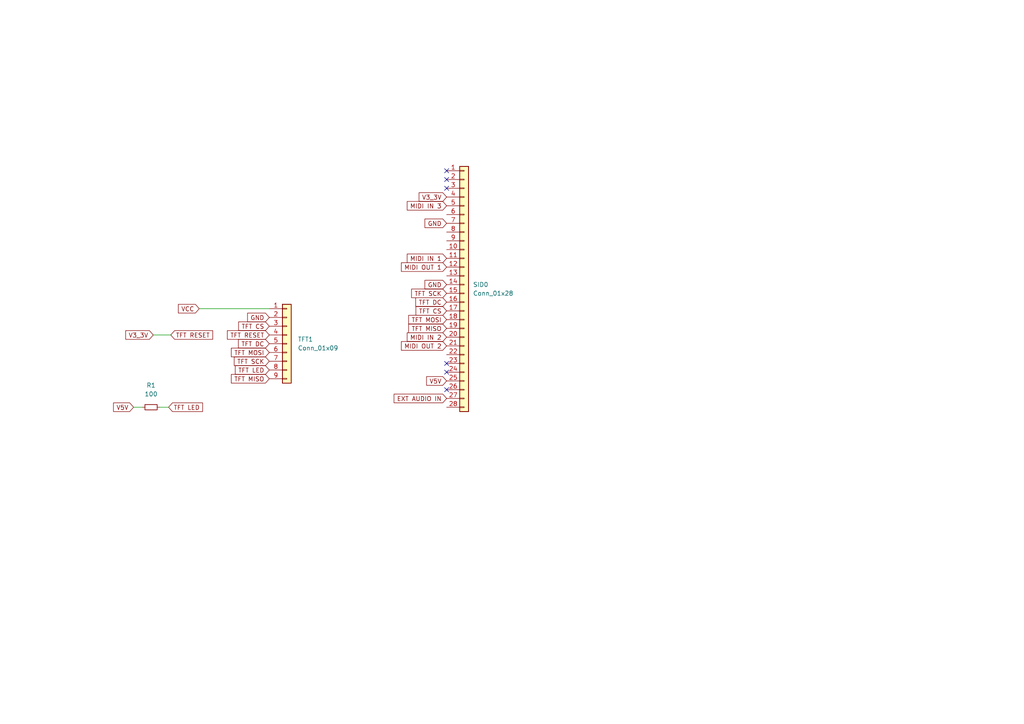
<source format=kicad_sch>
(kicad_sch (version 20211123) (generator eeschema)
  (paper "A4")
  (lib_symbols
    (symbol "Connector_Generic:Conn_01x09" (pin_names (offset 1.016) hide)
      (property "Reference" "J" (at 0 12.7 0))
      (property "Value" "Conn_01x09" (at 0 -12.7 0))
      (symbol "Conn_01x09_1_1"
        (rectangle (start -1.27 -10.033) (end 0 -10.287) (stroke (width 0.1524)))
        (rectangle (start -1.27 -7.493) (end 0 -7.747) (stroke (width 0.1524)))
        (rectangle (start -1.27 -4.953) (end 0 -5.207) (stroke (width 0.1524)))
        (rectangle (start -1.27 -2.413) (end 0 -2.667) (stroke (width 0.1524)))
        (rectangle (start -1.27 0.127) (end 0 -0.127) (stroke (width 0.1524)))
        (rectangle (start -1.27 2.667) (end 0 2.413) (stroke (width 0.1524)))
        (rectangle (start -1.27 5.207) (end 0 4.953) (stroke (width 0.1524)))
        (rectangle (start -1.27 7.747) (end 0 7.493) (stroke (width 0.1524)))
        (rectangle (start -1.27 10.287) (end 0 10.033) (stroke (width 0.1524)))
        (rectangle (start -1.27 11.43) (end 1.27 -11.43) (stroke (width 0.254)) (fill (type background)))
        (pin passive line (at -5.08 10.16 0) (length 3.81) (name "Pin_1") (number "1"))
        (pin passive line (at -5.08 7.62 0) (length 3.81) (name "Pin_2") (number "2"))
        (pin passive line (at -5.08 5.08 0) (length 3.81) (name "Pin_3") (number "3"))
        (pin passive line (at -5.08 2.54 0) (length 3.81) (name "Pin_4") (number "4"))
        (pin passive line (at -5.08 0 0) (length 3.81) (name "Pin_5") (number "5"))
        (pin passive line (at -5.08 -2.54 0) (length 3.81) (name "Pin_6") (number "6"))
        (pin passive line (at -5.08 -5.08 0) (length 3.81) (name "Pin_7") (number "7"))
        (pin passive line (at -5.08 -7.62 0) (length 3.81) (name "Pin_8") (number "8"))
        (pin passive line (at -5.08 -10.16 0) (length 3.81) (name "Pin_9") (number "9"))
      )
    )
    (symbol "Connector_Generic:Conn_01x28" (pin_names (offset 1.016) hide)
      (property "Reference" "J" (at 0 35.56 0))
      (property "Value" "Conn_01x28" (at 0 -38.1 0))
      (symbol "Conn_01x28_1_1"
        (rectangle (start -1.27 -35.433) (end 0 -35.687) (stroke (width 0.1524)))
        (rectangle (start -1.27 -32.893) (end 0 -33.147) (stroke (width 0.1524)))
        (rectangle (start -1.27 -30.353) (end 0 -30.607) (stroke (width 0.1524)))
        (rectangle (start -1.27 -27.813) (end 0 -28.067) (stroke (width 0.1524)))
        (rectangle (start -1.27 -25.273) (end 0 -25.527) (stroke (width 0.1524)))
        (rectangle (start -1.27 -22.733) (end 0 -22.987) (stroke (width 0.1524)))
        (rectangle (start -1.27 -20.193) (end 0 -20.447) (stroke (width 0.1524)))
        (rectangle (start -1.27 -17.653) (end 0 -17.907) (stroke (width 0.1524)))
        (rectangle (start -1.27 -15.113) (end 0 -15.367) (stroke (width 0.1524)))
        (rectangle (start -1.27 -12.573) (end 0 -12.827) (stroke (width 0.1524)))
        (rectangle (start -1.27 -10.033) (end 0 -10.287) (stroke (width 0.1524)))
        (rectangle (start -1.27 -7.493) (end 0 -7.747) (stroke (width 0.1524)))
        (rectangle (start -1.27 -4.953) (end 0 -5.207) (stroke (width 0.1524)))
        (rectangle (start -1.27 -2.413) (end 0 -2.667) (stroke (width 0.1524)))
        (rectangle (start -1.27 0.127) (end 0 -0.127) (stroke (width 0.1524)))
        (rectangle (start -1.27 2.667) (end 0 2.413) (stroke (width 0.1524)))
        (rectangle (start -1.27 5.207) (end 0 4.953) (stroke (width 0.1524)))
        (rectangle (start -1.27 7.747) (end 0 7.493) (stroke (width 0.1524)))
        (rectangle (start -1.27 10.287) (end 0 10.033) (stroke (width 0.1524)))
        (rectangle (start -1.27 12.827) (end 0 12.573) (stroke (width 0.1524)))
        (rectangle (start -1.27 15.367) (end 0 15.113) (stroke (width 0.1524)))
        (rectangle (start -1.27 17.907) (end 0 17.653) (stroke (width 0.1524)))
        (rectangle (start -1.27 20.447) (end 0 20.193) (stroke (width 0.1524)))
        (rectangle (start -1.27 22.987) (end 0 22.733) (stroke (width 0.1524)))
        (rectangle (start -1.27 25.527) (end 0 25.273) (stroke (width 0.1524)))
        (rectangle (start -1.27 28.067) (end 0 27.813) (stroke (width 0.1524)))
        (rectangle (start -1.27 30.607) (end 0 30.353) (stroke (width 0.1524)))
        (rectangle (start -1.27 33.147) (end 0 32.893) (stroke (width 0.1524)))
        (rectangle (start -1.27 34.29) (end 1.27 -36.83) (stroke (width 0.254)) (fill (type background)))
        (pin passive line (at -5.08 33.02 0) (length 3.81) (name "Pin_1") (number "1"))
        (pin passive line (at -5.08 10.16 0) (length 3.81) (name "Pin_10") (number "10"))
        (pin passive line (at -5.08 7.62 0) (length 3.81) (name "Pin_11") (number "11"))
        (pin passive line (at -5.08 5.08 0) (length 3.81) (name "Pin_12") (number "12"))
        (pin passive line (at -5.08 2.54 0) (length 3.81) (name "Pin_13") (number "13"))
        (pin passive line (at -5.08 0 0) (length 3.81) (name "Pin_14") (number "14"))
        (pin passive line (at -5.08 -2.54 0) (length 3.81) (name "Pin_15") (number "15"))
        (pin passive line (at -5.08 -5.08 0) (length 3.81) (name "Pin_16") (number "16"))
        (pin passive line (at -5.08 -7.62 0) (length 3.81) (name "Pin_17") (number "17"))
        (pin passive line (at -5.08 -10.16 0) (length 3.81) (name "Pin_18") (number "18"))
        (pin passive line (at -5.08 -12.7 0) (length 3.81) (name "Pin_19") (number "19"))
        (pin passive line (at -5.08 30.48 0) (length 3.81) (name "Pin_2") (number "2"))
        (pin passive line (at -5.08 -15.24 0) (length 3.81) (name "Pin_20") (number "20"))
        (pin passive line (at -5.08 -17.78 0) (length 3.81) (name "Pin_21") (number "21"))
        (pin passive line (at -5.08 -20.32 0) (length 3.81) (name "Pin_22") (number "22"))
        (pin passive line (at -5.08 -22.86 0) (length 3.81) (name "Pin_23") (number "23"))
        (pin passive line (at -5.08 -25.4 0) (length 3.81) (name "Pin_24") (number "24"))
        (pin passive line (at -5.08 -27.94 0) (length 3.81) (name "Pin_25") (number "25"))
        (pin passive line (at -5.08 -30.48 0) (length 3.81) (name "Pin_26") (number "26"))
        (pin passive line (at -5.08 -33.02 0) (length 3.81) (name "Pin_27") (number "27"))
        (pin passive line (at -5.08 -35.56 0) (length 3.81) (name "Pin_28") (number "28"))
        (pin passive line (at -5.08 27.94 0) (length 3.81) (name "Pin_3") (number "3"))
        (pin passive line (at -5.08 25.4 0) (length 3.81) (name "Pin_4") (number "4"))
        (pin passive line (at -5.08 22.86 0) (length 3.81) (name "Pin_5") (number "5"))
        (pin passive line (at -5.08 20.32 0) (length 3.81) (name "Pin_6") (number "6"))
        (pin passive line (at -5.08 17.78 0) (length 3.81) (name "Pin_7") (number "7"))
        (pin passive line (at -5.08 15.24 0) (length 3.81) (name "Pin_8") (number "8"))
        (pin passive line (at -5.08 12.7 0) (length 3.81) (name "Pin_9") (number "9"))
      )
    )
    (symbol "Device:R_Small" (pin_numbers hide) (pin_names (offset 0.254) hide)
      (property "Reference" "R" (at 0.762 0.508 0))
      (property "Value" "R_Small" (at 0.762 -1.016 0))
      (symbol "R_Small_0_1"
        (rectangle (start -0.762 1.778) (end 0.762 -1.778) (stroke (width 0.2032)))
      )
      (symbol "R_Small_1_1"
        (pin passive line (at 0 2.54 270) (length 0.762) (name "~") (number "1"))
        (pin passive line (at 0 -2.54 90) (length 0.762) (name "~") (number "2"))
      )
    )
  )
  (no_connect (at 129.54 107.95))
  (no_connect (at 129.54 105.41))
  (no_connect (at 129.54 113.03))
  (no_connect (at 129.54 49.53))
  (no_connect (at 129.54 52.07))
  (no_connect (at 129.54 54.61))
  (wire (pts (xy 38.735 118.11) (xy 41.275 118.11)))
  (wire (pts (xy 46.355 118.11) (xy 48.895 118.11)))
  (wire (pts (xy 44.45 97.155) (xy 49.53 97.155)))
  (wire (pts (xy 57.785 89.535) (xy 78.105 89.535)))
  (global_label "GND" (shape input) (at 129.54 64.77 180) (property "Intersheet References" "${INTERSHEET_REFS}" (effects hide)))
  (global_label "MIDI OUT 1" (shape input) (at 129.54 77.47 180) (property "Intersheet References" "${INTERSHEET_REFS}" (effects hide)))
  (global_label "TFT SCK" (shape input) (at 129.54 85.09 180) (property "Intersheet References" "${INTERSHEET_REFS}" (effects hide)))
  (global_label "VCC" (shape input) (at 57.785 89.535 180) (property "Intersheet References" "${INTERSHEET_REFS}" (effects hide)))
  (global_label "TFT MOSI" (shape input) (at 129.54 92.71 180) (property "Intersheet References" "${INTERSHEET_REFS}" (effects hide)))
  (global_label "V5V" (shape input) (at 129.54 110.49 180) (property "Intersheet References" "${INTERSHEET_REFS}" (effects hide)))
  (global_label "MIDI IN 1" (shape input) (at 129.54 74.93 180) (property "Intersheet References" "${INTERSHEET_REFS}" (effects hide)))
  (global_label "MIDI OUT 2" (shape input) (at 129.54 100.33 180) (property "Intersheet References" "${INTERSHEET_REFS}" (effects hide)))
  (global_label "EXT AUDIO IN" (shape input) (at 129.54 115.57 180) (property "Intersheet References" "${INTERSHEET_REFS}" (effects hide)))
  (global_label "V3_3V" (shape input) (at 44.45 97.155 180) (property "Intersheet References" "${INTERSHEET_REFS}" (effects hide)))
  (global_label "TFT CS" (shape input) (at 78.105 94.615 180) (property "Intersheet References" "${INTERSHEET_REFS}" (effects hide)))
  (global_label "V3_3V" (shape input) (at 129.54 57.15 180) (property "Intersheet References" "${INTERSHEET_REFS}" (effects hide)))
  (global_label "TFT MISO" (shape input) (at 129.54 95.25 180) (property "Intersheet References" "${INTERSHEET_REFS}" (effects hide)))
  (global_label "TFT MISO" (shape input) (at 78.105 109.855 180) (property "Intersheet References" "${INTERSHEET_REFS}" (effects hide)))
  (global_label "TFT RESET" (shape input) (at 78.105 97.155 180) (property "Intersheet References" "${INTERSHEET_REFS}" (effects hide)))
  (global_label "MIDI IN 3" (shape input) (at 129.54 59.69 180) (property "Intersheet References" "${INTERSHEET_REFS}" (effects hide)))
  (global_label "TFT DC" (shape input) (at 129.54 87.63 180) (property "Intersheet References" "${INTERSHEET_REFS}" (effects hide)))
  (global_label "GND" (shape input) (at 78.105 92.075 180) (property "Intersheet References" "${INTERSHEET_REFS}" (effects hide)))
  (global_label "TFT MOSI" (shape input) (at 78.105 102.235 180) (property "Intersheet References" "${INTERSHEET_REFS}" (effects hide)))
  (global_label "TFT LED" (shape input) (at 48.895 118.11 0) (property "Intersheet References" "${INTERSHEET_REFS}" (effects hide)))
  (global_label "TFT DC" (shape input) (at 78.105 99.695 180) (property "Intersheet References" "${INTERSHEET_REFS}" (effects hide)))
  (global_label "TFT LED" (shape input) (at 78.105 107.315 180) (property "Intersheet References" "${INTERSHEET_REFS}" (effects hide)))
  (global_label "V5V" (shape input) (at 38.735 118.11 180) (property "Intersheet References" "${INTERSHEET_REFS}" (effects hide)))
  (global_label "GND" (shape input) (at 129.54 82.55 180) (property "Intersheet References" "${INTERSHEET_REFS}" (effects hide)))
  (global_label "TFT CS" (shape input) (at 129.54 90.17 180) (property "Intersheet References" "${INTERSHEET_REFS}" (effects hide)))
  (global_label "MIDI IN 2" (shape input) (at 129.54 97.79 180) (property "Intersheet References" "${INTERSHEET_REFS}" (effects hide)))
  (global_label "TFT SCK" (shape input) (at 78.105 104.775 180) (property "Intersheet References" "${INTERSHEET_REFS}" (effects hide)))
  (global_label "TFT RESET" (shape input) (at 49.53 97.155 0) (property "Intersheet References" "${INTERSHEET_REFS}" (effects hide)))
  (symbol (lib_id "Device:R_Small") (at 43.815 118.11 270) (unit 1)
    (property "Reference" "R1" (at 43.815 111.76 90))
    (property "Value" "100" (at 43.815 114.3 90))
    (property "Footprint" "Resistor_SMD:R_0603_1608Metric_Pad0.98x0.95mm_HandSolder" (effects hide))
  )
  (symbol (lib_id "Connector_Generic:Conn_01x09") (at 83.185 99.695 0) (unit 1)
    (property "Reference" "TFT1" (at 86.36 98.4249 0) (effects (justify left)))
    (property "Value" "Conn_01x09" (at 86.36 100.9649 0) (effects (justify left)))
    (property "Footprint" "Connector_PinHeader_2.54mm:PinHeader_1x09_P2.54mm_Vertical" (effects hide))
  )
  (symbol (lib_id "Connector_Generic:Conn_01x28") (at 134.62 82.55 0) (unit 1)
    (property "Reference" "SID0" (at 137.16 82.5499 0) (effects (justify left)))
    (property "Value" "Conn_01x28" (at 137.16 85.0899 0) (effects (justify left)))
    (property "Footprint" "Package_DIP:DIP-28_W15.24mm_Socket" (effects hide))
  )
)
</source>
